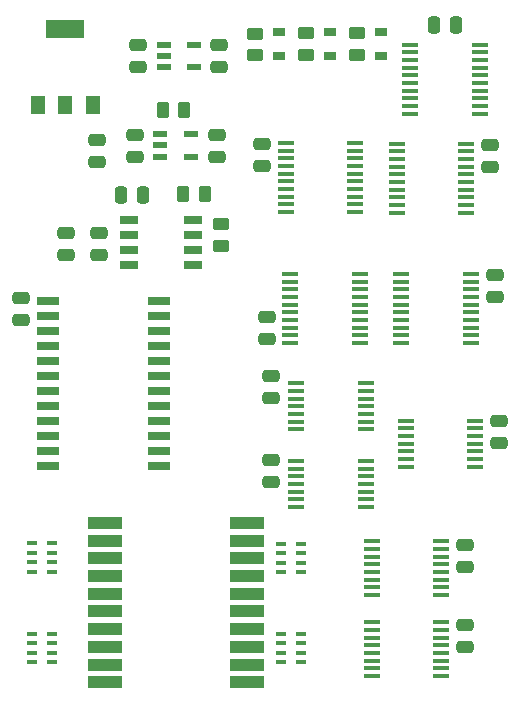
<source format=gtp>
%TF.GenerationSoftware,KiCad,Pcbnew,7.0.5*%
%TF.CreationDate,2024-05-16T20:40:16+02:00*%
%TF.ProjectId,Hex LCD Device,48657820-4c43-4442-9044-65766963652e,V1*%
%TF.SameCoordinates,PX54c81a0PY37b6b20*%
%TF.FileFunction,Paste,Top*%
%TF.FilePolarity,Positive*%
%FSLAX46Y46*%
G04 Gerber Fmt 4.6, Leading zero omitted, Abs format (unit mm)*
G04 Created by KiCad (PCBNEW 7.0.5) date 2024-05-16 20:40:16*
%MOMM*%
%LPD*%
G01*
G04 APERTURE LIST*
G04 Aperture macros list*
%AMRoundRect*
0 Rectangle with rounded corners*
0 $1 Rounding radius*
0 $2 $3 $4 $5 $6 $7 $8 $9 X,Y pos of 4 corners*
0 Add a 4 corners polygon primitive as box body*
4,1,4,$2,$3,$4,$5,$6,$7,$8,$9,$2,$3,0*
0 Add four circle primitives for the rounded corners*
1,1,$1+$1,$2,$3*
1,1,$1+$1,$4,$5*
1,1,$1+$1,$6,$7*
1,1,$1+$1,$8,$9*
0 Add four rect primitives between the rounded corners*
20,1,$1+$1,$2,$3,$4,$5,0*
20,1,$1+$1,$4,$5,$6,$7,0*
20,1,$1+$1,$6,$7,$8,$9,0*
20,1,$1+$1,$8,$9,$2,$3,0*%
G04 Aperture macros list end*
%ADD10R,3.000000X1.000000*%
%ADD11RoundRect,0.250000X-0.475000X0.250000X-0.475000X-0.250000X0.475000X-0.250000X0.475000X0.250000X0*%
%ADD12RoundRect,0.250000X0.250000X0.475000X-0.250000X0.475000X-0.250000X-0.475000X0.250000X-0.475000X0*%
%ADD13R,1.450000X0.450000*%
%ADD14RoundRect,0.250000X0.450000X-0.262500X0.450000X0.262500X-0.450000X0.262500X-0.450000X-0.262500X0*%
%ADD15R,1.475000X0.450000*%
%ADD16RoundRect,0.250000X0.475000X-0.250000X0.475000X0.250000X-0.475000X0.250000X-0.475000X-0.250000X0*%
%ADD17R,1.200000X1.500000*%
%ADD18R,3.300000X1.500000*%
%ADD19R,0.900000X0.450000*%
%ADD20R,1.000000X0.800000*%
%ADD21R,1.550000X0.650000*%
%ADD22R,1.150000X0.600000*%
%ADD23R,1.925000X0.650000*%
%ADD24RoundRect,0.250000X0.262500X0.450000X-0.262500X0.450000X-0.262500X-0.450000X0.262500X-0.450000X0*%
%ADD25RoundRect,0.250000X-0.262500X-0.450000X0.262500X-0.450000X0.262500X0.450000X-0.262500X0.450000X0*%
G04 APERTURE END LIST*
D10*
%TO.C,DS2*%
X21299900Y-38335000D03*
X21299900Y-39835000D03*
X21299900Y-41335000D03*
X21299900Y-42835000D03*
X21299900Y-44335000D03*
X21299900Y-45835000D03*
X21299900Y-47335000D03*
X21299900Y-48835000D03*
X21299900Y-50335000D03*
X21299900Y-51835000D03*
X9299900Y-51835000D03*
X9299900Y-50335000D03*
X9299900Y-48835000D03*
X9299900Y-47335000D03*
X9299900Y-45835000D03*
X9299900Y-44335000D03*
X9299900Y-42835000D03*
X9299900Y-41335000D03*
X9299900Y-39835000D03*
X9299900Y-38335000D03*
%TD*%
D11*
%TO.C,C18*%
X42647000Y-29717000D03*
X42647000Y-31617000D03*
%TD*%
D12*
%TO.C,C3*%
X12560000Y-10541000D03*
X10660000Y-10541000D03*
%TD*%
D13*
%TO.C,IC15*%
X31873000Y-46747000D03*
X31873000Y-47397000D03*
X31873000Y-48047000D03*
X31873000Y-48697000D03*
X31873000Y-49347000D03*
X31873000Y-49997000D03*
X31873000Y-50647000D03*
X31873000Y-51297000D03*
X37723000Y-51297000D03*
X37723000Y-50647000D03*
X37723000Y-49997000D03*
X37723000Y-49347000D03*
X37723000Y-48697000D03*
X37723000Y-48047000D03*
X37723000Y-47397000D03*
X37723000Y-46747000D03*
%TD*%
D14*
%TO.C,R2*%
X19109000Y-14882500D03*
X19109000Y-13057500D03*
%TD*%
%TO.C,R5*%
X21971000Y1270000D03*
X21971000Y3095000D03*
%TD*%
D15*
%TO.C,IC13*%
X34019000Y-6219000D03*
X34019000Y-6869000D03*
X34019000Y-7519000D03*
X34019000Y-8169000D03*
X34019000Y-8819000D03*
X34019000Y-9469000D03*
X34019000Y-10119000D03*
X34019000Y-10769000D03*
X34019000Y-11419000D03*
X34019000Y-12069000D03*
X39895000Y-12069000D03*
X39895000Y-11419000D03*
X39895000Y-10769000D03*
X39895000Y-10119000D03*
X39895000Y-9469000D03*
X39895000Y-8819000D03*
X39895000Y-8169000D03*
X39895000Y-7519000D03*
X39895000Y-6869000D03*
X39895000Y-6219000D03*
%TD*%
D16*
%TO.C,C14*%
X8622000Y-7792000D03*
X8622000Y-5892000D03*
%TD*%
%TO.C,C8*%
X12133000Y247000D03*
X12133000Y2147000D03*
%TD*%
%TO.C,C4*%
X8832000Y-15666000D03*
X8832000Y-13766000D03*
%TD*%
D11*
%TO.C,C1*%
X2185000Y-19259000D03*
X2185000Y-21159000D03*
%TD*%
D15*
%TO.C,IC4*%
X24985000Y-17264000D03*
X24985000Y-17914000D03*
X24985000Y-18564000D03*
X24985000Y-19214000D03*
X24985000Y-19864000D03*
X24985000Y-20514000D03*
X24985000Y-21164000D03*
X24985000Y-21814000D03*
X24985000Y-22464000D03*
X24985000Y-23114000D03*
X30861000Y-23114000D03*
X30861000Y-22464000D03*
X30861000Y-21814000D03*
X30861000Y-21164000D03*
X30861000Y-20514000D03*
X30861000Y-19864000D03*
X30861000Y-19214000D03*
X30861000Y-18564000D03*
X30861000Y-17914000D03*
X30861000Y-17264000D03*
%TD*%
D11*
%TO.C,C7*%
X42291000Y-17354000D03*
X42291000Y-19254000D03*
%TD*%
D17*
%TO.C,IC10*%
X3655000Y-2921000D03*
X5955000Y-2921000D03*
X8255000Y-2921000D03*
D18*
X5955000Y3479000D03*
%TD*%
D19*
%TO.C,RN4*%
X24228900Y-50114200D03*
X24228900Y-49314200D03*
X24228900Y-48514200D03*
X24228900Y-47714200D03*
X25928900Y-47714200D03*
X25928900Y-48514200D03*
X25928900Y-49314200D03*
X25928900Y-50114200D03*
%TD*%
D16*
%TO.C,C2*%
X6038000Y-15666000D03*
X6038000Y-13766000D03*
%TD*%
D19*
%TO.C,RN3*%
X3107900Y-50114200D03*
X3107900Y-49314200D03*
X3107900Y-48514200D03*
X3107900Y-47714200D03*
X4807900Y-47714200D03*
X4807900Y-48514200D03*
X4807900Y-49314200D03*
X4807900Y-50114200D03*
%TD*%
D15*
%TO.C,IC14*%
X34400000Y-17268000D03*
X34400000Y-17918000D03*
X34400000Y-18568000D03*
X34400000Y-19218000D03*
X34400000Y-19868000D03*
X34400000Y-20518000D03*
X34400000Y-21168000D03*
X34400000Y-21818000D03*
X34400000Y-22468000D03*
X34400000Y-23118000D03*
X40276000Y-23118000D03*
X40276000Y-22468000D03*
X40276000Y-21818000D03*
X40276000Y-21168000D03*
X40276000Y-20518000D03*
X40276000Y-19868000D03*
X40276000Y-19218000D03*
X40276000Y-18568000D03*
X40276000Y-17918000D03*
X40276000Y-17268000D03*
%TD*%
D20*
%TO.C,LED1*%
X32639000Y1206000D03*
X32639000Y3206000D03*
%TD*%
D16*
%TO.C,C11*%
X18796000Y-7366000D03*
X18796000Y-5466000D03*
%TD*%
D11*
%TO.C,C10*%
X22606000Y-6228000D03*
X22606000Y-8128000D03*
%TD*%
D15*
%TO.C,IC12*%
X25493000Y-26513000D03*
X25493000Y-27163000D03*
X25493000Y-27813000D03*
X25493000Y-28463000D03*
X25493000Y-29113000D03*
X25493000Y-29763000D03*
X25493000Y-30413000D03*
X31369000Y-30413000D03*
X31369000Y-29763000D03*
X31369000Y-29113000D03*
X31369000Y-28463000D03*
X31369000Y-27813000D03*
X31369000Y-27163000D03*
X31369000Y-26513000D03*
%TD*%
D14*
%TO.C,R4*%
X30597000Y1293500D03*
X30597000Y3118500D03*
%TD*%
D11*
%TO.C,C20*%
X23368000Y-25863000D03*
X23368000Y-27763000D03*
%TD*%
D12*
%TO.C,C5*%
X39034000Y3810000D03*
X37134000Y3810000D03*
%TD*%
D21*
%TO.C,IC8*%
X11314000Y-12700000D03*
X11314000Y-13970000D03*
X11314000Y-15240000D03*
X11314000Y-16510000D03*
X16764000Y-16510000D03*
X16764000Y-15240000D03*
X16764000Y-13970000D03*
X16764000Y-12700000D03*
%TD*%
D15*
%TO.C,IC2*%
X24604000Y-6168000D03*
X24604000Y-6818000D03*
X24604000Y-7468000D03*
X24604000Y-8118000D03*
X24604000Y-8768000D03*
X24604000Y-9418000D03*
X24604000Y-10068000D03*
X24604000Y-10718000D03*
X24604000Y-11368000D03*
X24604000Y-12018000D03*
X30480000Y-12018000D03*
X30480000Y-11368000D03*
X30480000Y-10718000D03*
X30480000Y-10068000D03*
X30480000Y-9418000D03*
X30480000Y-8768000D03*
X30480000Y-8118000D03*
X30480000Y-7468000D03*
X30480000Y-6818000D03*
X30480000Y-6168000D03*
%TD*%
D13*
%TO.C,IC3*%
X31873000Y-39889000D03*
X31873000Y-40539000D03*
X31873000Y-41189000D03*
X31873000Y-41839000D03*
X31873000Y-42489000D03*
X31873000Y-43139000D03*
X31873000Y-43789000D03*
X31873000Y-44439000D03*
X37723000Y-44439000D03*
X37723000Y-43789000D03*
X37723000Y-43139000D03*
X37723000Y-42489000D03*
X37723000Y-41839000D03*
X37723000Y-41189000D03*
X37723000Y-40539000D03*
X37723000Y-39889000D03*
%TD*%
D20*
%TO.C,LED2*%
X24003000Y1206000D03*
X24003000Y3206000D03*
%TD*%
D19*
%TO.C,RN1*%
X4807900Y-40055800D03*
X4807900Y-40855800D03*
X4807900Y-41655800D03*
X4807900Y-42455800D03*
X3107900Y-42455800D03*
X3107900Y-41655800D03*
X3107900Y-40855800D03*
X3107900Y-40055800D03*
%TD*%
D15*
%TO.C,IC11*%
X25510000Y-33102000D03*
X25510000Y-33752000D03*
X25510000Y-34402000D03*
X25510000Y-35052000D03*
X25510000Y-35702000D03*
X25510000Y-36352000D03*
X25510000Y-37002000D03*
X31386000Y-37002000D03*
X31386000Y-36352000D03*
X31386000Y-35702000D03*
X31386000Y-35052000D03*
X31386000Y-34402000D03*
X31386000Y-33752000D03*
X31386000Y-33102000D03*
%TD*%
D22*
%TO.C,IC9*%
X13978000Y-5428000D03*
X13978000Y-6378000D03*
X13978000Y-7328000D03*
X16578000Y-7328000D03*
X16578000Y-5428000D03*
%TD*%
D23*
%TO.C,IC6*%
X4445000Y-19558000D03*
X4445000Y-20828000D03*
X4445000Y-22098000D03*
X4445000Y-23368000D03*
X4445000Y-24638000D03*
X4445000Y-25908000D03*
X4445000Y-27178000D03*
X4445000Y-28448000D03*
X4445000Y-29718000D03*
X4445000Y-30988000D03*
X4445000Y-32258000D03*
X4445000Y-33528000D03*
X13869000Y-33528000D03*
X13869000Y-32258000D03*
X13869000Y-30988000D03*
X13869000Y-29718000D03*
X13869000Y-28448000D03*
X13869000Y-27178000D03*
X13869000Y-25908000D03*
X13869000Y-24638000D03*
X13869000Y-23368000D03*
X13869000Y-22098000D03*
X13869000Y-20828000D03*
X13869000Y-19558000D03*
%TD*%
D11*
%TO.C,C17*%
X39751000Y-40214000D03*
X39751000Y-42114000D03*
%TD*%
%TO.C,C19*%
X23368000Y-32975000D03*
X23368000Y-34875000D03*
%TD*%
D24*
%TO.C,R3*%
X16025500Y-3394000D03*
X14200500Y-3394000D03*
%TD*%
D16*
%TO.C,C12*%
X11811000Y-7366000D03*
X11811000Y-5466000D03*
%TD*%
D25*
%TO.C,R1*%
X15920500Y-10531000D03*
X17745500Y-10531000D03*
%TD*%
D15*
%TO.C,IC7*%
X34781000Y-29673000D03*
X34781000Y-30323000D03*
X34781000Y-30973000D03*
X34781000Y-31623000D03*
X34781000Y-32273000D03*
X34781000Y-32923000D03*
X34781000Y-33573000D03*
X40657000Y-33573000D03*
X40657000Y-32923000D03*
X40657000Y-32273000D03*
X40657000Y-31623000D03*
X40657000Y-30973000D03*
X40657000Y-30323000D03*
X40657000Y-29673000D03*
%TD*%
D16*
%TO.C,C9*%
X18991000Y247000D03*
X18991000Y2147000D03*
%TD*%
D11*
%TO.C,C6*%
X41910000Y-6305000D03*
X41910000Y-8205000D03*
%TD*%
D15*
%TO.C,IC1*%
X35162000Y2163000D03*
X35162000Y1513000D03*
X35162000Y863000D03*
X35162000Y213000D03*
X35162000Y-437000D03*
X35162000Y-1087000D03*
X35162000Y-1737000D03*
X35162000Y-2387000D03*
X35162000Y-3037000D03*
X35162000Y-3687000D03*
X41038000Y-3687000D03*
X41038000Y-3037000D03*
X41038000Y-2387000D03*
X41038000Y-1737000D03*
X41038000Y-1087000D03*
X41038000Y-437000D03*
X41038000Y213000D03*
X41038000Y863000D03*
X41038000Y1513000D03*
X41038000Y2163000D03*
%TD*%
D22*
%TO.C,IC5*%
X14262000Y2131000D03*
X14262000Y1181000D03*
X14262000Y231000D03*
X16862000Y231000D03*
X16862000Y2131000D03*
%TD*%
D11*
%TO.C,C15*%
X22987000Y-20910000D03*
X22987000Y-22810000D03*
%TD*%
D19*
%TO.C,RN2*%
X24228900Y-42494200D03*
X24228900Y-41694200D03*
X24228900Y-40894200D03*
X24228900Y-40094200D03*
X25928900Y-40094200D03*
X25928900Y-40894200D03*
X25928900Y-41694200D03*
X25928900Y-42494200D03*
%TD*%
D20*
%TO.C,LED3*%
X28321000Y1206000D03*
X28321000Y3206000D03*
%TD*%
D14*
%TO.C,R6*%
X26279000Y1293500D03*
X26279000Y3118500D03*
%TD*%
D11*
%TO.C,C16*%
X39751000Y-46945000D03*
X39751000Y-48845000D03*
%TD*%
M02*

</source>
